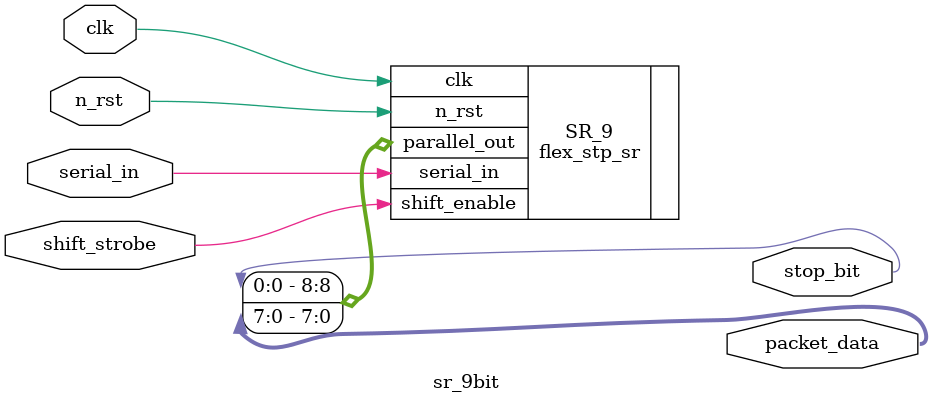
<source format=sv>

module sr_9bit
(
	input wire clk,
	input wire n_rst,
	input wire shift_strobe,
	input wire serial_in,
	output reg [7:0] packet_data,
	output reg stop_bit
);

	
flex_stp_sr #(9, 0) SR_9 (
			.clk(clk),
			.n_rst(n_rst),
			.shift_enable(shift_strobe),
			.serial_in(serial_in),
			.parallel_out({stop_bit, packet_data})); 

endmodule

</source>
